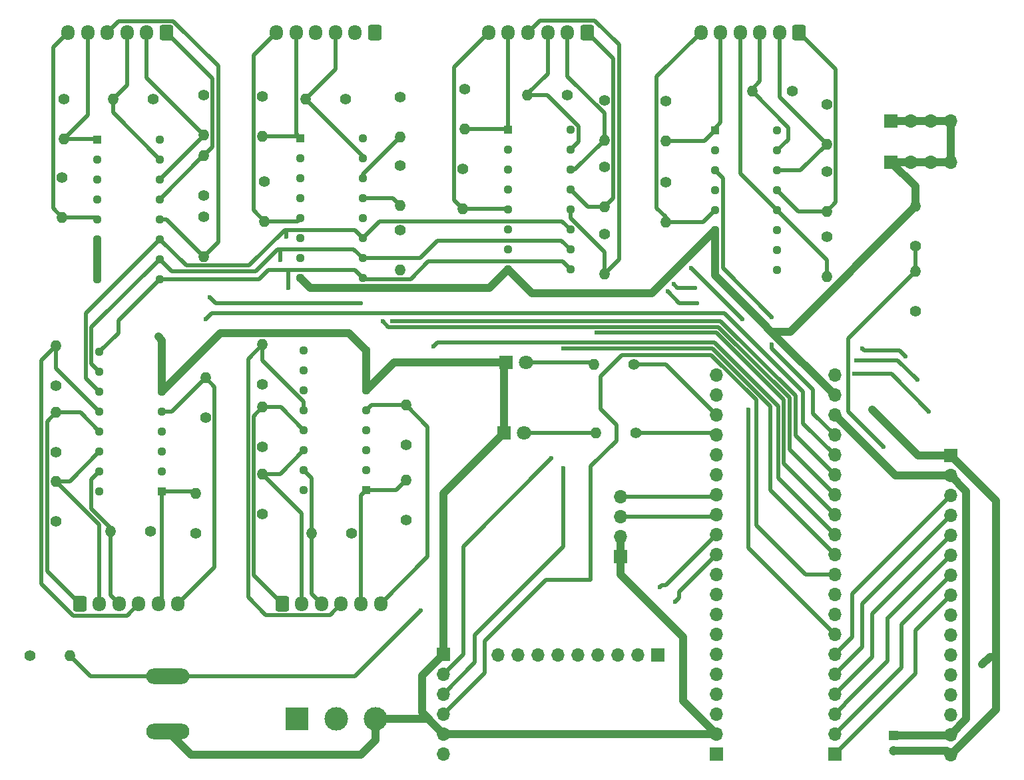
<source format=gbr>
%TF.GenerationSoftware,KiCad,Pcbnew,8.0.7-1.fc40*%
%TF.CreationDate,2024-12-24T18:05:21+01:00*%
%TF.ProjectId,pedai-hw,70656461-692d-4687-972e-6b696361645f,rev?*%
%TF.SameCoordinates,Original*%
%TF.FileFunction,Copper,L1,Top*%
%TF.FilePolarity,Positive*%
%FSLAX46Y46*%
G04 Gerber Fmt 4.6, Leading zero omitted, Abs format (unit mm)*
G04 Created by KiCad (PCBNEW 8.0.7-1.fc40) date 2024-12-24 18:05:21*
%MOMM*%
%LPD*%
G01*
G04 APERTURE LIST*
G04 Aperture macros list*
%AMRoundRect*
0 Rectangle with rounded corners*
0 $1 Rounding radius*
0 $2 $3 $4 $5 $6 $7 $8 $9 X,Y pos of 4 corners*
0 Add a 4 corners polygon primitive as box body*
4,1,4,$2,$3,$4,$5,$6,$7,$8,$9,$2,$3,0*
0 Add four circle primitives for the rounded corners*
1,1,$1+$1,$2,$3*
1,1,$1+$1,$4,$5*
1,1,$1+$1,$6,$7*
1,1,$1+$1,$8,$9*
0 Add four rect primitives between the rounded corners*
20,1,$1+$1,$2,$3,$4,$5,0*
20,1,$1+$1,$4,$5,$6,$7,0*
20,1,$1+$1,$6,$7,$8,$9,0*
20,1,$1+$1,$8,$9,$2,$3,0*%
G04 Aperture macros list end*
%TA.AperFunction,ComponentPad*%
%ADD10R,1.700000X1.700000*%
%TD*%
%TA.AperFunction,ComponentPad*%
%ADD11O,1.700000X1.700000*%
%TD*%
%TA.AperFunction,ComponentPad*%
%ADD12C,1.400000*%
%TD*%
%TA.AperFunction,ComponentPad*%
%ADD13O,1.400000X1.400000*%
%TD*%
%TA.AperFunction,ComponentPad*%
%ADD14R,3.000000X3.000000*%
%TD*%
%TA.AperFunction,ComponentPad*%
%ADD15C,3.000000*%
%TD*%
%TA.AperFunction,ComponentPad*%
%ADD16R,1.130000X1.130000*%
%TD*%
%TA.AperFunction,ComponentPad*%
%ADD17C,1.130000*%
%TD*%
%TA.AperFunction,ComponentPad*%
%ADD18RoundRect,0.250000X-0.600000X-0.725000X0.600000X-0.725000X0.600000X0.725000X-0.600000X0.725000X0*%
%TD*%
%TA.AperFunction,ComponentPad*%
%ADD19O,1.700000X1.950000*%
%TD*%
%TA.AperFunction,ComponentPad*%
%ADD20R,1.800000X1.800000*%
%TD*%
%TA.AperFunction,ComponentPad*%
%ADD21C,1.800000*%
%TD*%
%TA.AperFunction,ComponentPad*%
%ADD22O,5.500000X2.000000*%
%TD*%
%TA.AperFunction,ComponentPad*%
%ADD23RoundRect,0.250000X0.600000X0.725000X-0.600000X0.725000X-0.600000X-0.725000X0.600000X-0.725000X0*%
%TD*%
%TA.AperFunction,ComponentPad*%
%ADD24R,1.200000X1.200000*%
%TD*%
%TA.AperFunction,ComponentPad*%
%ADD25C,1.200000*%
%TD*%
%TA.AperFunction,ViaPad*%
%ADD26C,0.600000*%
%TD*%
%TA.AperFunction,ViaPad*%
%ADD27C,0.700000*%
%TD*%
%TA.AperFunction,Conductor*%
%ADD28C,0.500000*%
%TD*%
%TA.AperFunction,Conductor*%
%ADD29C,1.000000*%
%TD*%
%TA.AperFunction,Conductor*%
%ADD30C,0.200000*%
%TD*%
G04 APERTURE END LIST*
D10*
%TO.P,J11,1,Pin_1*%
%TO.N,unconnected-(J11-Pin_1-Pad1)*%
X160530000Y-134250000D03*
D11*
%TO.P,J11,2,Pin_2*%
%TO.N,unconnected-(J11-Pin_2-Pad2)*%
X157990000Y-134250000D03*
%TO.P,J11,3,Pin_3*%
%TO.N,unconnected-(J11-Pin_3-Pad3)*%
X155450000Y-134250000D03*
%TO.P,J11,4,Pin_4*%
%TO.N,unconnected-(J11-Pin_4-Pad4)*%
X152910000Y-134250000D03*
%TO.P,J11,5,Pin_5*%
%TO.N,unconnected-(J11-Pin_5-Pad5)*%
X150370000Y-134250000D03*
%TO.P,J11,6,Pin_6*%
%TO.N,unconnected-(J11-Pin_6-Pad6)*%
X147830000Y-134250000D03*
%TO.P,J11,7,Pin_7*%
%TO.N,unconnected-(J11-Pin_7-Pad7)*%
X145290000Y-134250000D03*
%TO.P,J11,8,Pin_8*%
%TO.N,unconnected-(J11-Pin_8-Pad8)*%
X142750000Y-134250000D03*
%TO.P,J11,9,Pin_9*%
%TO.N,unconnected-(J11-Pin_9-Pad9)*%
X140210000Y-134250000D03*
%TD*%
D12*
%TO.P,R38,1*%
%TO.N,+3.3V*%
X110250000Y-99790000D03*
D13*
%TO.P,R38,2*%
%TO.N,/key_inputs/NOTE_A3*%
X110250000Y-94710000D03*
%TD*%
D12*
%TO.P,R12,1*%
%TO.N,+3.3V*%
X110500000Y-73960000D03*
D13*
%TO.P,R12,2*%
%TO.N,/key_inputs/NOTE_B1*%
X110500000Y-79040000D03*
%TD*%
D12*
%TO.P,R14,1*%
%TO.N,+3.3V*%
X153710000Y-63670000D03*
D13*
%TO.P,R14,2*%
%TO.N,/key_inputs/NOTE_C#2*%
X153710000Y-68750000D03*
%TD*%
D12*
%TO.P,R13,1*%
%TO.N,+3.3V*%
X153710000Y-72170000D03*
D13*
%TO.P,R13,2*%
%TO.N,/key_inputs/NOTE_C2*%
X153710000Y-77250000D03*
%TD*%
D12*
%TO.P,R10,1*%
%TO.N,+3.3V*%
X127750000Y-80210000D03*
D13*
%TO.P,R10,2*%
%TO.N,/key_inputs/NOTE_A1*%
X127750000Y-85290000D03*
%TD*%
D12*
%TO.P,R23,1*%
%TO.N,+3.3V*%
X161500000Y-63750000D03*
D13*
%TO.P,R23,2*%
%TO.N,/key_inputs/NOTE_Bb2*%
X161500000Y-68830000D03*
%TD*%
D14*
%TO.P,RV1,1,1*%
%TO.N,+3.3V*%
X114600000Y-142400000D03*
D15*
%TO.P,RV1,2,2*%
%TO.N,/VOLUME_CONTROL*%
X119600000Y-142400000D03*
%TO.P,RV1,3,3*%
%TO.N,GND*%
X124600000Y-142400000D03*
%TD*%
D12*
%TO.P,R41,1*%
%TO.N,+3.3V*%
X80660000Y-134400000D03*
D13*
%TO.P,R41,2*%
%TO.N,/SOUND_ON*%
X85740000Y-134400000D03*
%TD*%
D12*
%TO.P,R15,1*%
%TO.N,+3.3V*%
X149000000Y-63000000D03*
D13*
%TO.P,R15,2*%
%TO.N,/key_inputs/NOTE_D2*%
X143920000Y-63000000D03*
%TD*%
D12*
%TO.P,R24,1*%
%TO.N,+3.3V*%
X161500000Y-74040000D03*
D13*
%TO.P,R24,2*%
%TO.N,/key_inputs/NOTE_B2*%
X161500000Y-79120000D03*
%TD*%
D16*
%TO.P,IC2,1,CH_4_IN/OUT*%
%TO.N,/key_inputs/NOTE_Bb1*%
X115060000Y-68500000D03*
D17*
%TO.P,IC2,2,CH_6_IN/OUT*%
%TO.N,unconnected-(IC2-CH_6_IN{slash}OUT-Pad2)*%
X115060000Y-71040000D03*
%TO.P,IC2,3,COM_OUT/IN*%
%TO.N,/MUX2_DATA*%
X115060000Y-73580000D03*
%TO.P,IC2,4,CH_7_IN/OUT*%
%TO.N,unconnected-(IC2-CH_7_IN{slash}OUT-Pad4)*%
X115060000Y-76120000D03*
%TO.P,IC2,5,CH_5_IN/OUT*%
%TO.N,/key_inputs/NOTE_B1*%
X115060000Y-78660000D03*
%TO.P,IC2,6,INH*%
%TO.N,GND*%
X115060000Y-81200000D03*
%TO.P,IC2,7,VEE*%
X115060000Y-83740000D03*
%TO.P,IC2,8,VSS*%
X115060000Y-86280000D03*
%TO.P,IC2,9,C*%
%TO.N,/MUX_C2*%
X123000000Y-86280000D03*
%TO.P,IC2,10,B*%
%TO.N,/MUX_C1*%
X123000000Y-83740000D03*
%TO.P,IC2,11,A*%
%TO.N,/MUX_C0*%
X123000000Y-81200000D03*
%TO.P,IC2,12,CH_3_IN/OUT*%
%TO.N,/key_inputs/NOTE_A1*%
X123000000Y-78660000D03*
%TO.P,IC2,13,CH_0_IN/OUT*%
%TO.N,/key_inputs/NOTE_F#1*%
X123000000Y-76120000D03*
%TO.P,IC2,14,CH_1_IN/OUT*%
%TO.N,/key_inputs/NOTE_G1*%
X123000000Y-73580000D03*
%TO.P,IC2,15,CH_2_IN/OUT*%
%TO.N,/key_inputs/NOTE_G#1*%
X123000000Y-71040000D03*
%TO.P,IC2,16,VDD*%
%TO.N,+3.3V*%
X123000000Y-68500000D03*
%TD*%
D12*
%TO.P,R9,1*%
%TO.N,+3.3V*%
X120790000Y-63500000D03*
D13*
%TO.P,R9,2*%
%TO.N,/key_inputs/NOTE_G#1*%
X115710000Y-63500000D03*
%TD*%
D12*
%TO.P,R35,1*%
%TO.N,+3.3V*%
X110250000Y-107790000D03*
D13*
%TO.P,R35,2*%
%TO.N,/key_inputs/NOTE_F#3*%
X110250000Y-102710000D03*
%TD*%
D12*
%TO.P,R4,1*%
%TO.N,+3.3V*%
X102750000Y-78460000D03*
D13*
%TO.P,R4,2*%
%TO.N,/key_inputs/NOTE_Eb1*%
X102750000Y-83540000D03*
%TD*%
D12*
%TO.P,R8,1*%
%TO.N,+3.3V*%
X127750000Y-63210000D03*
D13*
%TO.P,R8,2*%
%TO.N,/key_inputs/NOTE_G1*%
X127750000Y-68290000D03*
%TD*%
D18*
%TO.P,J10,1,Pin_1*%
%TO.N,/key_inputs/NOTE_C3*%
X87000000Y-127750000D03*
D19*
%TO.P,J10,2,Pin_2*%
%TO.N,/key_inputs/NOTE_C#3*%
X89500000Y-127750000D03*
%TO.P,J10,3,Pin_3*%
%TO.N,/key_inputs/NOTE_D3*%
X92000000Y-127750000D03*
%TO.P,J10,4,Pin_4*%
%TO.N,/key_inputs/NOTE_Eb3*%
X94500000Y-127750000D03*
%TO.P,J10,5,Pin_5*%
%TO.N,/key_inputs/NOTE_E3*%
X97000000Y-127750000D03*
%TO.P,J10,6,Pin_6*%
%TO.N,/key_inputs/NOTE_F3*%
X99500000Y-127750000D03*
%TD*%
D20*
%TO.P,D2,1,K*%
%TO.N,GND*%
X141210000Y-97000000D03*
D21*
%TO.P,D2,2,A*%
%TO.N,Net-(D2-A)*%
X143750000Y-97000000D03*
%TD*%
D12*
%TO.P,R7,1*%
%TO.N,+3.3V*%
X127750000Y-71960000D03*
D13*
%TO.P,R7,2*%
%TO.N,/key_inputs/NOTE_F#1*%
X127750000Y-77040000D03*
%TD*%
D12*
%TO.P,R39,1*%
%TO.N,+3.3V*%
X128500000Y-117080000D03*
D13*
%TO.P,R39,2*%
%TO.N,/key_inputs/NOTE_Bb3*%
X128500000Y-112000000D03*
%TD*%
D16*
%TO.P,IC4,1,CH_4_IN/OUT*%
%TO.N,/key_inputs/NOTE_Bb2*%
X167750000Y-67510000D03*
D17*
%TO.P,IC4,2,CH_6_IN/OUT*%
%TO.N,unconnected-(IC4-CH_6_IN{slash}OUT-Pad2)*%
X167750000Y-70050000D03*
%TO.P,IC4,3,COM_OUT/IN*%
%TO.N,/MUX4_DATA*%
X167750000Y-72590000D03*
%TO.P,IC4,4,CH_7_IN/OUT*%
%TO.N,unconnected-(IC4-CH_7_IN{slash}OUT-Pad4)*%
X167750000Y-75130000D03*
%TO.P,IC4,5,CH_5_IN/OUT*%
%TO.N,/key_inputs/NOTE_B2*%
X167750000Y-77670000D03*
%TO.P,IC4,6,INH*%
%TO.N,GND*%
X167750000Y-80210000D03*
%TO.P,IC4,7,VEE*%
X167750000Y-82750000D03*
%TO.P,IC4,8,VSS*%
X167750000Y-85290000D03*
%TO.P,IC4,9,C*%
%TO.N,/MUX_C2*%
X175690000Y-85290000D03*
%TO.P,IC4,10,B*%
%TO.N,/MUX_C1*%
X175690000Y-82750000D03*
%TO.P,IC4,11,A*%
%TO.N,/MUX_C0*%
X175690000Y-80210000D03*
%TO.P,IC4,12,CH_3_IN/OUT*%
%TO.N,/key_inputs/NOTE_A2*%
X175690000Y-77670000D03*
%TO.P,IC4,13,CH_0_IN/OUT*%
%TO.N,/key_inputs/NOTE_F#2*%
X175690000Y-75130000D03*
%TO.P,IC4,14,CH_1_IN/OUT*%
%TO.N,/key_inputs/NOTE_G2*%
X175690000Y-72590000D03*
%TO.P,IC4,15,CH_2_IN/OUT*%
%TO.N,/key_inputs/NOTE_G#2*%
X175690000Y-70050000D03*
%TO.P,IC4,16,VDD*%
%TO.N,+3.3V*%
X175690000Y-67510000D03*
%TD*%
D12*
%TO.P,R40,1*%
%TO.N,+3.3V*%
X128500000Y-107540000D03*
D13*
%TO.P,R40,2*%
%TO.N,/key_inputs/NOTE_B3*%
X128500000Y-102460000D03*
%TD*%
D12*
%TO.P,R1,1*%
%TO.N,+3.3V*%
X102750000Y-75790000D03*
D13*
%TO.P,R1,2*%
%TO.N,/key_inputs/NOTE_C1*%
X102750000Y-70710000D03*
%TD*%
D22*
%TO.P,SW1,1*%
%TO.N,GND*%
X98200000Y-144000000D03*
%TO.P,SW1,2*%
%TO.N,/SOUND_ON*%
X98200000Y-137000000D03*
%TD*%
D12*
%TO.P,R36,1*%
%TO.N,+3.3V*%
X110250000Y-116290000D03*
D13*
%TO.P,R36,2*%
%TO.N,/key_inputs/NOTE_G3*%
X110250000Y-111210000D03*
%TD*%
D20*
%TO.P,D1,1,K*%
%TO.N,GND*%
X140960000Y-106000000D03*
D21*
%TO.P,D1,2,A*%
%TO.N,Net-(D1-A)*%
X143500000Y-106000000D03*
%TD*%
D23*
%TO.P,J8,1,Pin_1*%
%TO.N,/key_inputs/NOTE_C2*%
X151500000Y-55000000D03*
D19*
%TO.P,J8,2,Pin_2*%
%TO.N,/key_inputs/NOTE_C#2*%
X149000000Y-55000000D03*
%TO.P,J8,3,Pin_3*%
%TO.N,/key_inputs/NOTE_D2*%
X146500000Y-55000000D03*
%TO.P,J8,4,Pin_4*%
%TO.N,/key_inputs/NOTE_Eb2*%
X144000000Y-55000000D03*
%TO.P,J8,5,Pin_5*%
%TO.N,/key_inputs/NOTE_E2*%
X141500000Y-55000000D03*
%TO.P,J8,6,Pin_6*%
%TO.N,/key_inputs/NOTE_F2*%
X139000000Y-55000000D03*
%TD*%
D12*
%TO.P,R20,1*%
%TO.N,+3.3V*%
X182000000Y-64170000D03*
D13*
%TO.P,R20,2*%
%TO.N,/key_inputs/NOTE_G2*%
X182000000Y-69250000D03*
%TD*%
D12*
%TO.P,R16,1*%
%TO.N,+3.3V*%
X153710000Y-80710000D03*
D13*
%TO.P,R16,2*%
%TO.N,/key_inputs/NOTE_Eb2*%
X153710000Y-85790000D03*
%TD*%
D12*
%TO.P,R27,1*%
%TO.N,+3.3V*%
X95990000Y-118500000D03*
D13*
%TO.P,R27,2*%
%TO.N,/key_inputs/NOTE_D3*%
X90910000Y-118500000D03*
%TD*%
D12*
%TO.P,R18,1*%
%TO.N,+3.3V*%
X135710000Y-72420000D03*
D13*
%TO.P,R18,2*%
%TO.N,/key_inputs/NOTE_F2*%
X135710000Y-77500000D03*
%TD*%
D12*
%TO.P,R30,1*%
%TO.N,+3.3V*%
X103000000Y-104080000D03*
D13*
%TO.P,R30,2*%
%TO.N,/key_inputs/NOTE_F3*%
X103000000Y-99000000D03*
%TD*%
D16*
%TO.P,IC3,1,CH_4_IN/OUT*%
%TO.N,/key_inputs/NOTE_E2*%
X141460000Y-67420000D03*
D17*
%TO.P,IC3,2,CH_6_IN/OUT*%
%TO.N,unconnected-(IC3-CH_6_IN{slash}OUT-Pad2)*%
X141460000Y-69960000D03*
%TO.P,IC3,3,COM_OUT/IN*%
%TO.N,/MUX3_DATA*%
X141460000Y-72500000D03*
%TO.P,IC3,4,CH_7_IN/OUT*%
%TO.N,unconnected-(IC3-CH_7_IN{slash}OUT-Pad4)*%
X141460000Y-75040000D03*
%TO.P,IC3,5,CH_5_IN/OUT*%
%TO.N,/key_inputs/NOTE_F2*%
X141460000Y-77580000D03*
%TO.P,IC3,6,INH*%
%TO.N,GND*%
X141460000Y-80120000D03*
%TO.P,IC3,7,VEE*%
X141460000Y-82660000D03*
%TO.P,IC3,8,VSS*%
X141460000Y-85200000D03*
%TO.P,IC3,9,C*%
%TO.N,/MUX_C2*%
X149400000Y-85200000D03*
%TO.P,IC3,10,B*%
%TO.N,/MUX_C1*%
X149400000Y-82660000D03*
%TO.P,IC3,11,A*%
%TO.N,/MUX_C0*%
X149400000Y-80120000D03*
%TO.P,IC3,12,CH_3_IN/OUT*%
%TO.N,/key_inputs/NOTE_Eb2*%
X149400000Y-77580000D03*
%TO.P,IC3,13,CH_0_IN/OUT*%
%TO.N,/key_inputs/NOTE_C2*%
X149400000Y-75040000D03*
%TO.P,IC3,14,CH_1_IN/OUT*%
%TO.N,/key_inputs/NOTE_C#2*%
X149400000Y-72500000D03*
%TO.P,IC3,15,CH_2_IN/OUT*%
%TO.N,/key_inputs/NOTE_D2*%
X149400000Y-69960000D03*
%TO.P,IC3,16,VDD*%
%TO.N,+3.3V*%
X149400000Y-67420000D03*
%TD*%
D12*
%TO.P,R28,1*%
%TO.N,+3.3V*%
X84000000Y-99990000D03*
D13*
%TO.P,R28,2*%
%TO.N,/key_inputs/NOTE_Eb3*%
X84000000Y-94910000D03*
%TD*%
D10*
%TO.P,J15,1,Pin_1*%
%TO.N,GND*%
X155760000Y-121710000D03*
D11*
%TO.P,J15,2,Pin_2*%
X155760000Y-119170000D03*
%TO.P,J15,3,Pin_3*%
%TO.N,/SPARE_ADC_2*%
X155760000Y-116630000D03*
%TO.P,J15,4,Pin_4*%
%TO.N,/SPARE_ADC_1*%
X155760000Y-114090000D03*
%TD*%
D12*
%TO.P,R19,1*%
%TO.N,+3.3V*%
X182000000Y-72710000D03*
D13*
%TO.P,R19,2*%
%TO.N,/key_inputs/NOTE_F#2*%
X182000000Y-77790000D03*
%TD*%
D12*
%TO.P,R25,1*%
%TO.N,+3.3V*%
X84000000Y-108490000D03*
D13*
%TO.P,R25,2*%
%TO.N,/key_inputs/NOTE_C3*%
X84000000Y-103410000D03*
%TD*%
D12*
%TO.P,R3,1*%
%TO.N,+3.3V*%
X96330000Y-63500000D03*
D13*
%TO.P,R3,2*%
%TO.N,/key_inputs/NOTE_D1*%
X91250000Y-63500000D03*
%TD*%
D12*
%TO.P,R32,1*%
%TO.N,/LED_MIDI*%
X157490000Y-97250000D03*
D13*
%TO.P,R32,2*%
%TO.N,Net-(D2-A)*%
X152410000Y-97250000D03*
%TD*%
D12*
%TO.P,R29,1*%
%TO.N,+3.3V*%
X101750000Y-118750000D03*
D13*
%TO.P,R29,2*%
%TO.N,/key_inputs/NOTE_E3*%
X101750000Y-113670000D03*
%TD*%
D12*
%TO.P,R37,1*%
%TO.N,+3.3V*%
X121580000Y-118750000D03*
D13*
%TO.P,R37,2*%
%TO.N,/key_inputs/NOTE_G#3*%
X116500000Y-118750000D03*
%TD*%
D10*
%TO.P,J2,1,Pin_1*%
%TO.N,GND*%
X190130000Y-66250000D03*
D11*
%TO.P,J2,2,Pin_2*%
X192670000Y-66250000D03*
%TO.P,J2,3,Pin_3*%
X195210000Y-66250000D03*
%TO.P,J2,4,Pin_4*%
X197750000Y-66250000D03*
%TD*%
D12*
%TO.P,R21,1*%
%TO.N,+3.3V*%
X177580000Y-62500000D03*
D13*
%TO.P,R21,2*%
%TO.N,/key_inputs/NOTE_G#2*%
X172500000Y-62500000D03*
%TD*%
D10*
%TO.P,J4,1,Pin_1*%
%TO.N,GND*%
X190130000Y-71500000D03*
D11*
%TO.P,J4,2,Pin_2*%
X192670000Y-71500000D03*
%TO.P,J4,3,Pin_3*%
X195210000Y-71500000D03*
%TO.P,J4,4,Pin_4*%
X197750000Y-71500000D03*
%TD*%
D12*
%TO.P,R2,1*%
%TO.N,+3.3V*%
X102750000Y-62960000D03*
D13*
%TO.P,R2,2*%
%TO.N,/key_inputs/NOTE_C#1*%
X102750000Y-68040000D03*
%TD*%
D10*
%TO.P,J5,1,Pin_1*%
%TO.N,GND*%
X197750000Y-108880000D03*
D11*
%TO.P,J5,2,Pin_2*%
%TO.N,+5V*%
X197750000Y-111420000D03*
%TO.P,J5,3,Pin_3*%
%TO.N,/LCD_D7*%
X197750000Y-113960000D03*
%TO.P,J5,4,Pin_4*%
%TO.N,/LCD_D6*%
X197750000Y-116500000D03*
%TO.P,J5,5,Pin_5*%
%TO.N,/LCD_D5*%
X197750000Y-119040000D03*
%TO.P,J5,6,Pin_6*%
%TO.N,/LCD_D4*%
X197750000Y-121580000D03*
%TO.P,J5,7,Pin_7*%
%TO.N,/LCD_D3*%
X197750000Y-124120000D03*
%TO.P,J5,8,Pin_8*%
%TO.N,/LCD_D2*%
X197750000Y-126660000D03*
%TO.P,J5,9,Pin_9*%
%TO.N,/LCD_D1*%
X197750000Y-129200000D03*
%TO.P,J5,10,Pin_10*%
%TO.N,/LCD_D0*%
X197750000Y-131740000D03*
%TO.P,J5,11,Pin_11*%
%TO.N,/LCD_ENABLE*%
X197750000Y-134280000D03*
%TO.P,J5,12,Pin_12*%
%TO.N,GND*%
X197750000Y-136820000D03*
%TO.P,J5,13,Pin_13*%
%TO.N,/LCD_RS*%
X197750000Y-139360000D03*
%TO.P,J5,14,Pin_14*%
%TO.N,Net-(J5-Pin_14)*%
X197750000Y-141900000D03*
%TO.P,J5,15,Pin_15*%
%TO.N,+5V*%
X197750000Y-144440000D03*
%TO.P,J5,16,Pin_16*%
%TO.N,GND*%
X197750000Y-146980000D03*
%TD*%
D18*
%TO.P,J1,1,Pin_1*%
%TO.N,/key_inputs/NOTE_F#3*%
X112750000Y-127750000D03*
D19*
%TO.P,J1,2,Pin_2*%
%TO.N,/key_inputs/NOTE_G3*%
X115250000Y-127750000D03*
%TO.P,J1,3,Pin_3*%
%TO.N,/key_inputs/NOTE_G#3*%
X117750000Y-127750000D03*
%TO.P,J1,4,Pin_4*%
%TO.N,/key_inputs/NOTE_A3*%
X120250000Y-127750000D03*
%TO.P,J1,5,Pin_5*%
%TO.N,/key_inputs/NOTE_Bb3*%
X122750000Y-127750000D03*
%TO.P,J1,6,Pin_6*%
%TO.N,/key_inputs/NOTE_B3*%
X125250000Y-127750000D03*
%TD*%
D10*
%TO.P,J3,1,Pin_1*%
%TO.N,GND*%
X133250000Y-134170000D03*
D11*
%TO.P,J3,2,Pin_2*%
%TO.N,/I2S_CLK*%
X133250000Y-136710000D03*
%TO.P,J3,3,Pin_3*%
%TO.N,/I2S_SD*%
X133250000Y-139250000D03*
%TO.P,J3,4,Pin_4*%
%TO.N,/I2S_WS*%
X133250000Y-141790000D03*
%TO.P,J3,5,Pin_5*%
%TO.N,GND*%
X133250000Y-144330000D03*
%TO.P,J3,6,Pin_6*%
%TO.N,+3.3V*%
X133250000Y-146870000D03*
%TD*%
D12*
%TO.P,R33,1*%
%TO.N,Net-(J5-Pin_14)*%
X193250000Y-82250000D03*
D13*
%TO.P,R33,2*%
%TO.N,GND*%
X193250000Y-77170000D03*
%TD*%
D23*
%TO.P,J9,1,Pin_1*%
%TO.N,/key_inputs/NOTE_F#2*%
X178500000Y-55000000D03*
D19*
%TO.P,J9,2,Pin_2*%
%TO.N,/key_inputs/NOTE_G2*%
X176000000Y-55000000D03*
%TO.P,J9,3,Pin_3*%
%TO.N,/key_inputs/NOTE_G#2*%
X173500000Y-55000000D03*
%TO.P,J9,4,Pin_4*%
%TO.N,/key_inputs/NOTE_A2*%
X171000000Y-55000000D03*
%TO.P,J9,5,Pin_5*%
%TO.N,/key_inputs/NOTE_Bb2*%
X168500000Y-55000000D03*
%TO.P,J9,6,Pin_6*%
%TO.N,/key_inputs/NOTE_B2*%
X166000000Y-55000000D03*
%TD*%
D12*
%TO.P,R5,1*%
%TO.N,+3.3V*%
X85000000Y-63460000D03*
D13*
%TO.P,R5,2*%
%TO.N,/key_inputs/NOTE_E1*%
X85000000Y-68540000D03*
%TD*%
D16*
%TO.P,IC1,1,CH_4_IN/OUT*%
%TO.N,/key_inputs/NOTE_E1*%
X89250000Y-68620000D03*
D17*
%TO.P,IC1,2,CH_6_IN/OUT*%
%TO.N,unconnected-(IC1-CH_6_IN{slash}OUT-Pad2)*%
X89250000Y-71160000D03*
%TO.P,IC1,3,COM_OUT/IN*%
%TO.N,/MUX1_DATA*%
X89250000Y-73700000D03*
%TO.P,IC1,4,CH_7_IN/OUT*%
%TO.N,unconnected-(IC1-CH_7_IN{slash}OUT-Pad4)*%
X89250000Y-76240000D03*
%TO.P,IC1,5,CH_5_IN/OUT*%
%TO.N,/key_inputs/NOTE_F1*%
X89250000Y-78780000D03*
%TO.P,IC1,6,INH*%
%TO.N,GND*%
X89250000Y-81320000D03*
%TO.P,IC1,7,VEE*%
X89250000Y-83860000D03*
%TO.P,IC1,8,VSS*%
X89250000Y-86400000D03*
%TO.P,IC1,9,C*%
%TO.N,/MUX_C2*%
X97190000Y-86400000D03*
%TO.P,IC1,10,B*%
%TO.N,/MUX_C1*%
X97190000Y-83860000D03*
%TO.P,IC1,11,A*%
%TO.N,/MUX_C0*%
X97190000Y-81320000D03*
%TO.P,IC1,12,CH_3_IN/OUT*%
%TO.N,/key_inputs/NOTE_Eb1*%
X97190000Y-78780000D03*
%TO.P,IC1,13,CH_0_IN/OUT*%
%TO.N,/key_inputs/NOTE_C1*%
X97190000Y-76240000D03*
%TO.P,IC1,14,CH_1_IN/OUT*%
%TO.N,/key_inputs/NOTE_C#1*%
X97190000Y-73700000D03*
%TO.P,IC1,15,CH_2_IN/OUT*%
%TO.N,/key_inputs/NOTE_D1*%
X97190000Y-71160000D03*
%TO.P,IC1,16,VDD*%
%TO.N,+3.3V*%
X97190000Y-68620000D03*
%TD*%
D12*
%TO.P,R11,1*%
%TO.N,+3.3V*%
X110250000Y-63170000D03*
D13*
%TO.P,R11,2*%
%TO.N,/key_inputs/NOTE_Bb1*%
X110250000Y-68250000D03*
%TD*%
D23*
%TO.P,J7,1,Pin_1*%
%TO.N,/key_inputs/NOTE_F#1*%
X124500000Y-55000000D03*
D19*
%TO.P,J7,2,Pin_2*%
%TO.N,/key_inputs/NOTE_G1*%
X122000000Y-55000000D03*
%TO.P,J7,3,Pin_3*%
%TO.N,/key_inputs/NOTE_G#1*%
X119500000Y-55000000D03*
%TO.P,J7,4,Pin_4*%
%TO.N,/key_inputs/NOTE_A1*%
X117000000Y-55000000D03*
%TO.P,J7,5,Pin_5*%
%TO.N,/key_inputs/NOTE_Bb1*%
X114500000Y-55000000D03*
%TO.P,J7,6,Pin_6*%
%TO.N,/key_inputs/NOTE_B1*%
X112000000Y-55000000D03*
%TD*%
D12*
%TO.P,R22,1*%
%TO.N,+3.3V*%
X182000000Y-81000000D03*
D13*
%TO.P,R22,2*%
%TO.N,/key_inputs/NOTE_A2*%
X182000000Y-86080000D03*
%TD*%
D10*
%TO.P,J17,1,Pin_1*%
%TO.N,unconnected-(J17-Pin_1-Pad1)*%
X168000000Y-146900000D03*
D11*
%TO.P,J17,2,Pin_2*%
%TO.N,GND*%
X168000000Y-144360000D03*
%TO.P,J17,3,Pin_3*%
%TO.N,+3.3V*%
X168000000Y-141820000D03*
%TO.P,J17,4,Pin_4*%
%TO.N,/LCD_D1*%
X168000000Y-139280000D03*
%TO.P,J17,5,Pin_5*%
%TO.N,/LCD_D0*%
X168000000Y-136740000D03*
%TO.P,J17,6,Pin_6*%
%TO.N,/LCD_ENABLE*%
X168000000Y-134200000D03*
%TO.P,J17,7,Pin_7*%
%TO.N,/LCD_RS*%
X168000000Y-131660000D03*
%TO.P,J17,8,Pin_8*%
%TO.N,/MUX_C0*%
X168000000Y-129120000D03*
%TO.P,J17,9,Pin_9*%
%TO.N,/MUX_C1*%
X168000000Y-126580000D03*
%TO.P,J17,10,Pin_10*%
%TO.N,/MUX_C2*%
X168000000Y-124040000D03*
%TO.P,J17,11,Pin_11*%
%TO.N,/VOLUME_CONTROL*%
X168000000Y-121500000D03*
%TO.P,J17,12,Pin_12*%
%TO.N,/SOUND_ON*%
X168000000Y-118960000D03*
%TO.P,J17,13,Pin_13*%
%TO.N,/SPARE_ADC_2*%
X168000000Y-116420000D03*
%TO.P,J17,14,Pin_14*%
%TO.N,/SPARE_ADC_1*%
X168000000Y-113880000D03*
%TO.P,J17,15,Pin_15*%
%TO.N,unconnected-(J17-Pin_15-Pad15)*%
X168000000Y-111340000D03*
%TO.P,J17,16,Pin_16*%
%TO.N,unconnected-(J17-Pin_16-Pad16)*%
X168000000Y-108800000D03*
%TO.P,J17,17,Pin_17*%
%TO.N,/LED_SOUND*%
X168000000Y-106260000D03*
%TO.P,J17,18,Pin_18*%
%TO.N,/LED_MIDI*%
X168000000Y-103720000D03*
%TO.P,J17,19,Pin_19*%
%TO.N,unconnected-(J17-Pin_19-Pad19)*%
X168000000Y-101180000D03*
%TO.P,J17,20,Pin_20*%
%TO.N,unconnected-(J17-Pin_20-Pad20)*%
X168000000Y-98640000D03*
%TD*%
D16*
%TO.P,IC6,1,CH_4_IN/OUT*%
%TO.N,/key_inputs/NOTE_Bb3*%
X123440000Y-113280000D03*
D17*
%TO.P,IC6,2,CH_6_IN/OUT*%
%TO.N,unconnected-(IC6-CH_6_IN{slash}OUT-Pad2)*%
X123440000Y-110740000D03*
%TO.P,IC6,3,COM_OUT/IN*%
%TO.N,/MUX6_DATA*%
X123440000Y-108200000D03*
%TO.P,IC6,4,CH_7_IN/OUT*%
%TO.N,unconnected-(IC6-CH_7_IN{slash}OUT-Pad4)*%
X123440000Y-105660000D03*
%TO.P,IC6,5,CH_5_IN/OUT*%
%TO.N,/key_inputs/NOTE_B3*%
X123440000Y-103120000D03*
%TO.P,IC6,6,INH*%
%TO.N,GND*%
X123440000Y-100580000D03*
%TO.P,IC6,7,VEE*%
X123440000Y-98040000D03*
%TO.P,IC6,8,VSS*%
X123440000Y-95500000D03*
%TO.P,IC6,9,C*%
%TO.N,/MUX_C2*%
X115500000Y-95500000D03*
%TO.P,IC6,10,B*%
%TO.N,/MUX_C1*%
X115500000Y-98040000D03*
%TO.P,IC6,11,A*%
%TO.N,/MUX_C0*%
X115500000Y-100580000D03*
%TO.P,IC6,12,CH_3_IN/OUT*%
%TO.N,/key_inputs/NOTE_A3*%
X115500000Y-103120000D03*
%TO.P,IC6,13,CH_0_IN/OUT*%
%TO.N,/key_inputs/NOTE_F#3*%
X115500000Y-105660000D03*
%TO.P,IC6,14,CH_1_IN/OUT*%
%TO.N,/key_inputs/NOTE_G3*%
X115500000Y-108200000D03*
%TO.P,IC6,15,CH_2_IN/OUT*%
%TO.N,/key_inputs/NOTE_G#3*%
X115500000Y-110740000D03*
%TO.P,IC6,16,VDD*%
%TO.N,+3.3V*%
X115500000Y-113280000D03*
%TD*%
D23*
%TO.P,J6,1,Pin_1*%
%TO.N,/key_inputs/NOTE_C1*%
X98000000Y-55000000D03*
D19*
%TO.P,J6,2,Pin_2*%
%TO.N,/key_inputs/NOTE_C#1*%
X95500000Y-55000000D03*
%TO.P,J6,3,Pin_3*%
%TO.N,/key_inputs/NOTE_D1*%
X93000000Y-55000000D03*
%TO.P,J6,4,Pin_4*%
%TO.N,/key_inputs/NOTE_Eb1*%
X90500000Y-55000000D03*
%TO.P,J6,5,Pin_5*%
%TO.N,/key_inputs/NOTE_E1*%
X88000000Y-55000000D03*
%TO.P,J6,6,Pin_6*%
%TO.N,/key_inputs/NOTE_F1*%
X85500000Y-55000000D03*
%TD*%
D12*
%TO.P,R34,1*%
%TO.N,+5V*%
X193250000Y-90540000D03*
D13*
%TO.P,R34,2*%
%TO.N,Net-(J5-Pin_14)*%
X193250000Y-85460000D03*
%TD*%
D24*
%TO.P,C7,1*%
%TO.N,+5V*%
X190500000Y-144500000D03*
D25*
%TO.P,C7,2*%
%TO.N,GND*%
X190500000Y-146500000D03*
%TD*%
D16*
%TO.P,IC5,1,CH_4_IN/OUT*%
%TO.N,/key_inputs/NOTE_E3*%
X97440000Y-113460000D03*
D17*
%TO.P,IC5,2,CH_6_IN/OUT*%
%TO.N,unconnected-(IC5-CH_6_IN{slash}OUT-Pad2)*%
X97440000Y-110920000D03*
%TO.P,IC5,3,COM_OUT/IN*%
%TO.N,/MUX5_DATA*%
X97440000Y-108380000D03*
%TO.P,IC5,4,CH_7_IN/OUT*%
%TO.N,unconnected-(IC5-CH_7_IN{slash}OUT-Pad4)*%
X97440000Y-105840000D03*
%TO.P,IC5,5,CH_5_IN/OUT*%
%TO.N,/key_inputs/NOTE_F3*%
X97440000Y-103300000D03*
%TO.P,IC5,6,INH*%
%TO.N,GND*%
X97440000Y-100760000D03*
%TO.P,IC5,7,VEE*%
X97440000Y-98220000D03*
%TO.P,IC5,8,VSS*%
X97440000Y-95680000D03*
%TO.P,IC5,9,C*%
%TO.N,/MUX_C2*%
X89500000Y-95680000D03*
%TO.P,IC5,10,B*%
%TO.N,/MUX_C1*%
X89500000Y-98220000D03*
%TO.P,IC5,11,A*%
%TO.N,/MUX_C0*%
X89500000Y-100760000D03*
%TO.P,IC5,12,CH_3_IN/OUT*%
%TO.N,/key_inputs/NOTE_Eb3*%
X89500000Y-103300000D03*
%TO.P,IC5,13,CH_0_IN/OUT*%
%TO.N,/key_inputs/NOTE_C3*%
X89500000Y-105840000D03*
%TO.P,IC5,14,CH_1_IN/OUT*%
%TO.N,/key_inputs/NOTE_C#3*%
X89500000Y-108380000D03*
%TO.P,IC5,15,CH_2_IN/OUT*%
%TO.N,/key_inputs/NOTE_D3*%
X89500000Y-110920000D03*
%TO.P,IC5,16,VDD*%
%TO.N,+3.3V*%
X89500000Y-113460000D03*
%TD*%
D12*
%TO.P,R17,1*%
%TO.N,+3.3V*%
X135960000Y-62210000D03*
D13*
%TO.P,R17,2*%
%TO.N,/key_inputs/NOTE_E2*%
X135960000Y-67290000D03*
%TD*%
D12*
%TO.P,R6,1*%
%TO.N,+3.3V*%
X84750000Y-73460000D03*
D13*
%TO.P,R6,2*%
%TO.N,/key_inputs/NOTE_F1*%
X84750000Y-78540000D03*
%TD*%
D10*
%TO.P,J16,1,Pin_1*%
%TO.N,/LCD_D2*%
X183000000Y-146900000D03*
D11*
%TO.P,J16,2,Pin_2*%
%TO.N,/LCD_D3*%
X183000000Y-144360000D03*
%TO.P,J16,3,Pin_3*%
%TO.N,/LCD_D4*%
X183000000Y-141820000D03*
%TO.P,J16,4,Pin_4*%
%TO.N,/LCD_D5*%
X183000000Y-139280000D03*
%TO.P,J16,5,Pin_5*%
%TO.N,/LCD_D6*%
X183000000Y-136740000D03*
%TO.P,J16,6,Pin_6*%
%TO.N,/LCD_D7*%
X183000000Y-134200000D03*
%TO.P,J16,7,Pin_7*%
%TO.N,/MUX3_DATA*%
X183000000Y-131660000D03*
%TO.P,J16,8,Pin_8*%
%TO.N,unconnected-(J16-Pin_8-Pad8)*%
X183000000Y-129120000D03*
%TO.P,J16,9,Pin_9*%
%TO.N,unconnected-(J16-Pin_9-Pad9)*%
X183000000Y-126580000D03*
%TO.P,J16,10,Pin_10*%
%TO.N,/I2S_WS*%
X183000000Y-124040000D03*
%TO.P,J16,11,Pin_11*%
%TO.N,/I2S_CLK*%
X183000000Y-121500000D03*
%TO.P,J16,12,Pin_12*%
%TO.N,/MUX6_DATA*%
X183000000Y-118960000D03*
%TO.P,J16,13,Pin_13*%
%TO.N,/I2S_SD*%
X183000000Y-116420000D03*
%TO.P,J16,14,Pin_14*%
%TO.N,/MUX1_DATA*%
X183000000Y-113880000D03*
%TO.P,J16,15,Pin_15*%
%TO.N,/MUX2_DATA*%
X183000000Y-111340000D03*
%TO.P,J16,16,Pin_16*%
%TO.N,/MUX5_DATA*%
X183000000Y-108800000D03*
%TO.P,J16,17,Pin_17*%
%TO.N,/MUX4_DATA*%
X183000000Y-106260000D03*
%TO.P,J16,18,Pin_18*%
%TO.N,+5V*%
X183000000Y-103720000D03*
%TO.P,J16,19,Pin_19*%
%TO.N,GND*%
X183000000Y-101180000D03*
%TO.P,J16,20,Pin_20*%
%TO.N,+3.3V*%
X183000000Y-98640000D03*
%TD*%
D12*
%TO.P,R26,1*%
%TO.N,+3.3V*%
X84000000Y-117240000D03*
D13*
%TO.P,R26,2*%
%TO.N,/key_inputs/NOTE_C#3*%
X84000000Y-112160000D03*
%TD*%
D12*
%TO.P,R31,1*%
%TO.N,/LED_SOUND*%
X157740000Y-106000000D03*
D13*
%TO.P,R31,2*%
%TO.N,Net-(D1-A)*%
X152660000Y-106000000D03*
%TD*%
D26*
%TO.N,GND*%
X201750000Y-135500000D03*
%TO.N,/VOLUME_CONTROL*%
X162750000Y-127500000D03*
%TO.N,/I2S_CLK*%
X147000000Y-109250000D03*
X148500000Y-95250000D03*
%TO.N,GND*%
X187750000Y-103000000D03*
D27*
X97000000Y-93750000D03*
D26*
%TO.N,/I2S_SD*%
X148500000Y-110500000D03*
X152750000Y-93250000D03*
%TO.N,Net-(J5-Pin_14)*%
X189250000Y-107750000D03*
%TO.N,/LCD_ENABLE*%
X186500000Y-95250000D03*
X192000000Y-96250000D03*
%TO.N,/LCD_D0*%
X185750000Y-96750000D03*
X193500000Y-99250000D03*
%TO.N,/LCD_D1*%
X185500000Y-98500000D03*
X195000000Y-103250000D03*
%TO.N,/MUX_C0*%
X113250000Y-81000000D03*
%TO.N,/MUX_C1*%
X162500000Y-87000000D03*
X112500000Y-84000000D03*
X165250000Y-87500000D03*
%TO.N,/MUX_C2*%
X165500000Y-89500000D03*
X113500000Y-87500000D03*
X161750000Y-88000000D03*
%TO.N,/SOUND_ON*%
X160800000Y-125600000D03*
X130400000Y-128600000D03*
%TO.N,/MUX1_DATA*%
X125500000Y-91750000D03*
X103500000Y-88750000D03*
X122750000Y-89500000D03*
%TO.N,/MUX2_DATA*%
X126750000Y-91750000D03*
%TO.N,/MUX3_DATA*%
X171250000Y-91500000D03*
X164750000Y-85000000D03*
X172000000Y-103000000D03*
%TO.N,/MUX4_DATA*%
X175000000Y-91250000D03*
X175000000Y-94750000D03*
%TO.N,/MUX5_DATA*%
X103000000Y-91500000D03*
%TO.N,/MUX6_DATA*%
X132000000Y-95000000D03*
%TD*%
D28*
%TO.N,/I2S_WS*%
X146250000Y-124750000D02*
X138500000Y-132500000D01*
X152000000Y-124750000D02*
X146250000Y-124750000D01*
X152000000Y-110250000D02*
X152000000Y-124750000D01*
X155250000Y-105000000D02*
X155250000Y-107000000D01*
X153200000Y-98800000D02*
X153200000Y-102950000D01*
X155900000Y-96100000D02*
X153200000Y-98800000D01*
X173000000Y-117750000D02*
X173000000Y-101801522D01*
X173000000Y-101801522D02*
X167298478Y-96100000D01*
X153200000Y-102950000D02*
X155250000Y-105000000D01*
X167298478Y-96100000D02*
X155900000Y-96100000D01*
X179290000Y-124040000D02*
X173000000Y-117750000D01*
X155250000Y-107000000D02*
X152000000Y-110250000D01*
X183000000Y-124040000D02*
X179290000Y-124040000D01*
X138500000Y-132500000D02*
X138500000Y-136540000D01*
X138500000Y-136540000D02*
X133250000Y-141790000D01*
D29*
%TO.N,GND*%
X203500000Y-134500000D02*
X203500000Y-114630000D01*
X203500000Y-141230000D02*
X203500000Y-134500000D01*
X203500000Y-134500000D02*
X202750000Y-134500000D01*
X202750000Y-134500000D02*
X201750000Y-135500000D01*
X197750000Y-146980000D02*
X203500000Y-141230000D01*
X203500000Y-114630000D02*
X197750000Y-108880000D01*
X190500000Y-146500000D02*
X197270000Y-146500000D01*
X197270000Y-146500000D02*
X197750000Y-146980000D01*
%TO.N,+5V*%
X190500000Y-144500000D02*
X197690000Y-144500000D01*
X197690000Y-144500000D02*
X197750000Y-144440000D01*
%TO.N,GND*%
X98200000Y-144000000D02*
X101200000Y-147000000D01*
X101200000Y-147000000D02*
X122750000Y-147000000D01*
X122750000Y-147000000D02*
X124600000Y-145150000D01*
X124600000Y-145150000D02*
X124600000Y-142400000D01*
D28*
%TO.N,/I2S_CLK*%
X133250000Y-136710000D02*
X135750000Y-134210000D01*
X135750000Y-134210000D02*
X135750000Y-120500000D01*
X135750000Y-120500000D02*
X147000000Y-109250000D01*
%TO.N,/I2S_SD*%
X133250000Y-139250000D02*
X137250000Y-135250000D01*
X137250000Y-135250000D02*
X137250000Y-131750000D01*
X137250000Y-131750000D02*
X148500000Y-120500000D01*
X148500000Y-120500000D02*
X148500000Y-110500000D01*
D29*
%TO.N,GND*%
X132560000Y-143640000D02*
X130500000Y-141580000D01*
X130500000Y-141580000D02*
X130500000Y-136920000D01*
X130500000Y-136920000D02*
X133250000Y-134170000D01*
D28*
%TO.N,/VOLUME_CONTROL*%
X162750000Y-127500000D02*
X163250000Y-127000000D01*
X163250000Y-127000000D02*
X163250000Y-126250000D01*
X163250000Y-126250000D02*
X168000000Y-121500000D01*
D29*
%TO.N,GND*%
X155760000Y-121710000D02*
X155760000Y-124010000D01*
X163750000Y-132000000D02*
X163750000Y-140110000D01*
X155760000Y-124010000D02*
X163750000Y-132000000D01*
X163750000Y-140110000D02*
X168000000Y-144360000D01*
D28*
%TO.N,/I2S_CLK*%
X167438428Y-95250000D02*
X174800000Y-102611572D01*
X174800000Y-113300000D02*
X183000000Y-121500000D01*
X148500000Y-95250000D02*
X167438428Y-95250000D01*
X174800000Y-102611572D02*
X174800000Y-113300000D01*
D29*
%TO.N,GND*%
X121250000Y-93310000D02*
X123440000Y-95500000D01*
X195210000Y-66250000D02*
X192670000Y-66250000D01*
X167750000Y-85290000D02*
X167750000Y-85930000D01*
X89250000Y-81320000D02*
X89250000Y-83860000D01*
X167750000Y-82750000D02*
X167750000Y-85290000D01*
X174910000Y-93090000D02*
X183000000Y-101180000D01*
X177330000Y-93090000D02*
X193250000Y-77170000D01*
X123440000Y-98040000D02*
X123440000Y-95500000D01*
X197750000Y-66250000D02*
X195210000Y-66250000D01*
X97440000Y-95680000D02*
X97440000Y-94190000D01*
X89250000Y-83860000D02*
X89250000Y-86400000D01*
X97440000Y-94190000D02*
X97000000Y-93750000D01*
X167750000Y-85930000D02*
X173785000Y-91965000D01*
X133250000Y-134170000D02*
X133250000Y-113710000D01*
X159710000Y-88250000D02*
X167750000Y-80210000D01*
X116325000Y-87545000D02*
X139115000Y-87545000D01*
X174910000Y-93090000D02*
X177330000Y-93090000D01*
X133250000Y-144330000D02*
X133280000Y-144360000D01*
X97440000Y-98220000D02*
X97440000Y-95680000D01*
X131320000Y-142400000D02*
X132560000Y-143640000D01*
X193630000Y-108880000D02*
X197750000Y-108880000D01*
X133250000Y-144330000D02*
X132560000Y-143640000D01*
X115060000Y-86280000D02*
X116325000Y-87545000D01*
X139115000Y-87545000D02*
X141460000Y-85200000D01*
X193250000Y-77170000D02*
X193250000Y-74620000D01*
X192670000Y-66250000D02*
X190130000Y-66250000D01*
X133250000Y-144330000D02*
X167970000Y-144330000D01*
X127020000Y-97000000D02*
X123440000Y-100580000D01*
X141460000Y-85200000D02*
X144510000Y-88250000D01*
X195210000Y-71500000D02*
X197750000Y-71500000D01*
X187750000Y-103000000D02*
X193630000Y-108880000D01*
X140960000Y-106000000D02*
X140960000Y-97250000D01*
X193250000Y-74620000D02*
X190130000Y-71500000D01*
X141210000Y-97000000D02*
X127020000Y-97000000D01*
X123440000Y-100580000D02*
X123440000Y-98040000D01*
X140960000Y-97250000D02*
X141210000Y-97000000D01*
X124600000Y-142400000D02*
X131320000Y-142400000D01*
X97440000Y-100760000D02*
X104890000Y-93310000D01*
X173785000Y-91965000D02*
X174910000Y-93090000D01*
X97440000Y-100760000D02*
X97440000Y-98220000D01*
X104890000Y-93310000D02*
X121250000Y-93310000D01*
X167750000Y-80210000D02*
X167750000Y-82750000D01*
X197750000Y-71500000D02*
X197750000Y-66250000D01*
X155760000Y-119170000D02*
X155760000Y-121710000D01*
X144510000Y-88250000D02*
X159710000Y-88250000D01*
X133250000Y-113710000D02*
X140960000Y-106000000D01*
X167970000Y-144330000D02*
X168000000Y-144360000D01*
X192670000Y-71500000D02*
X195210000Y-71500000D01*
X190130000Y-71500000D02*
X192670000Y-71500000D01*
D28*
%TO.N,/I2S_SD*%
X176500000Y-109920000D02*
X183000000Y-116420000D01*
X152750000Y-93250000D02*
X168000000Y-93250000D01*
X168000000Y-93250000D02*
X176500000Y-101750000D01*
X176500000Y-101750000D02*
X176500000Y-109920000D01*
%TO.N,Net-(J5-Pin_14)*%
X184750000Y-103250000D02*
X184750000Y-93960000D01*
X189250000Y-107750000D02*
X184750000Y-103250000D01*
X184750000Y-93960000D02*
X193250000Y-85460000D01*
X193250000Y-85460000D02*
X193250000Y-82250000D01*
%TO.N,/LCD_D4*%
X183000000Y-141820000D02*
X184300000Y-140520000D01*
X189750000Y-129500000D02*
X189830000Y-129500000D01*
X189750000Y-135000000D02*
X189750000Y-129500000D01*
X189830000Y-129500000D02*
X197750000Y-121580000D01*
X184300000Y-140520000D02*
X184300000Y-140450000D01*
X184300000Y-140450000D02*
X189750000Y-135000000D01*
D29*
%TO.N,+5V*%
X199750000Y-113420000D02*
X199750000Y-134820000D01*
X199750000Y-142440000D02*
X197750000Y-144440000D01*
X190700000Y-111420000D02*
X197000000Y-111420000D01*
D28*
X193370000Y-90540000D02*
X193250000Y-90540000D01*
D29*
X197750000Y-111420000D02*
X199750000Y-113420000D01*
X183000000Y-103720000D02*
X190700000Y-111420000D01*
X197000000Y-111420000D02*
X197750000Y-111420000D01*
X199750000Y-134820000D02*
X199750000Y-142440000D01*
D28*
X183320000Y-104040000D02*
X183000000Y-103720000D01*
%TO.N,/LCD_ENABLE*%
X186750000Y-95500000D02*
X191250000Y-95500000D01*
X186500000Y-95250000D02*
X186750000Y-95500000D01*
X191250000Y-95500000D02*
X192000000Y-96250000D01*
%TO.N,/LCD_D7*%
X183000000Y-134200000D02*
X185250000Y-131950000D01*
X185250000Y-131950000D02*
X185250000Y-126460000D01*
X185250000Y-126460000D02*
X197750000Y-113960000D01*
%TO.N,/LCD_D6*%
X186500000Y-127750000D02*
X197750000Y-116500000D01*
X186500000Y-133240000D02*
X186500000Y-127750000D01*
X183000000Y-136740000D02*
X186500000Y-133240000D01*
%TO.N,/LCD_D2*%
X193250000Y-136650000D02*
X183000000Y-146900000D01*
X193250000Y-131160000D02*
X193250000Y-136650000D01*
X197750000Y-126660000D02*
X193250000Y-131160000D01*
%TO.N,/LCD_D0*%
X191000000Y-96750000D02*
X193500000Y-99250000D01*
X185750000Y-96750000D02*
X191000000Y-96750000D01*
%TO.N,/LCD_D5*%
X183000000Y-139280000D02*
X187750000Y-134530000D01*
X187750000Y-129040000D02*
X197750000Y-119040000D01*
X187750000Y-134530000D02*
X187750000Y-129040000D01*
%TO.N,/LCD_D1*%
X185500000Y-98500000D02*
X190250000Y-98500000D01*
X190250000Y-98500000D02*
X195000000Y-103250000D01*
%TO.N,/LCD_D3*%
X191500000Y-135860000D02*
X191500000Y-130370000D01*
X183000000Y-144360000D02*
X191500000Y-135860000D01*
X191500000Y-130370000D02*
X197750000Y-124120000D01*
%TO.N,/key_inputs/NOTE_D1*%
X97190000Y-71160000D02*
X91250000Y-65220000D01*
X93000000Y-61750000D02*
X93000000Y-55000000D01*
X91250000Y-63500000D02*
X93000000Y-61750000D01*
X91250000Y-65220000D02*
X91250000Y-63500000D01*
%TO.N,/key_inputs/NOTE_F1*%
X84750000Y-78540000D02*
X83600000Y-77390000D01*
X83600000Y-77390000D02*
X83600000Y-56900000D01*
X83600000Y-56900000D02*
X85500000Y-55000000D01*
X89010000Y-78540000D02*
X89250000Y-78780000D01*
X84750000Y-78540000D02*
X89010000Y-78540000D01*
%TO.N,/key_inputs/NOTE_C1*%
X97190000Y-76240000D02*
X102720000Y-70710000D01*
X103900000Y-60900000D02*
X98000000Y-55000000D01*
X102750000Y-70710000D02*
X103900000Y-69560000D01*
X102720000Y-70710000D02*
X102750000Y-70710000D01*
X103900000Y-69560000D02*
X103900000Y-60900000D01*
%TO.N,/key_inputs/NOTE_E1*%
X89170000Y-68540000D02*
X89250000Y-68620000D01*
X85000000Y-68540000D02*
X88000000Y-65540000D01*
X88000000Y-65540000D02*
X88000000Y-55000000D01*
X85000000Y-68540000D02*
X89170000Y-68540000D01*
%TO.N,/key_inputs/NOTE_Eb1*%
X97190000Y-78780000D02*
X97990000Y-78780000D01*
X91925000Y-53575000D02*
X90500000Y-55000000D01*
X97990000Y-78780000D02*
X102750000Y-83540000D01*
X104600000Y-59278122D02*
X98896878Y-53575000D01*
X98896878Y-53575000D02*
X91925000Y-53575000D01*
X104600000Y-81690000D02*
X104600000Y-59278122D01*
X102750000Y-83540000D02*
X104600000Y-81690000D01*
%TO.N,/key_inputs/NOTE_C#1*%
X95500000Y-60790000D02*
X95500000Y-55000000D01*
X102750000Y-68140000D02*
X102750000Y-68040000D01*
X102750000Y-68040000D02*
X95500000Y-60790000D01*
X97190000Y-73700000D02*
X102750000Y-68140000D01*
%TO.N,/key_inputs/NOTE_B1*%
X110500000Y-79040000D02*
X114680000Y-79040000D01*
X110500000Y-79040000D02*
X109100000Y-77640000D01*
X114680000Y-79040000D02*
X115060000Y-78660000D01*
X109100000Y-57900000D02*
X112000000Y-55000000D01*
X109100000Y-77640000D02*
X109100000Y-57900000D01*
%TO.N,/key_inputs/NOTE_F#1*%
X126830000Y-76120000D02*
X127750000Y-77040000D01*
X123000000Y-76120000D02*
X126830000Y-76120000D01*
%TO.N,/key_inputs/NOTE_G#1*%
X123000000Y-70790000D02*
X123000000Y-71040000D01*
X119500000Y-55000000D02*
X119500000Y-59710000D01*
X115710000Y-63500000D02*
X123000000Y-70790000D01*
X119500000Y-59710000D02*
X115710000Y-63500000D01*
%TO.N,/key_inputs/NOTE_Bb1*%
X114500000Y-67940000D02*
X114500000Y-55000000D01*
X114810000Y-68250000D02*
X115060000Y-68500000D01*
X115060000Y-68500000D02*
X114500000Y-67940000D01*
X110250000Y-68250000D02*
X114810000Y-68250000D01*
%TO.N,/key_inputs/NOTE_G1*%
X123000000Y-73040000D02*
X123000000Y-73580000D01*
X127750000Y-68290000D02*
X123000000Y-73040000D01*
%TO.N,/key_inputs/NOTE_E2*%
X141460000Y-55040000D02*
X141500000Y-55000000D01*
X141460000Y-67420000D02*
X141460000Y-55040000D01*
X141330000Y-67290000D02*
X141460000Y-67420000D01*
X135960000Y-67290000D02*
X141330000Y-67290000D01*
%TO.N,/key_inputs/NOTE_C#2*%
X153710000Y-68750000D02*
X153710000Y-65296346D01*
X153710000Y-65296346D02*
X149000000Y-60586346D01*
X149000000Y-60586346D02*
X149000000Y-55000000D01*
X149960000Y-72500000D02*
X149400000Y-72500000D01*
X153710000Y-68750000D02*
X149960000Y-72500000D01*
%TO.N,/key_inputs/NOTE_F2*%
X141380000Y-77500000D02*
X141460000Y-77580000D01*
X135710000Y-77500000D02*
X134560000Y-76350000D01*
X134560000Y-59440000D02*
X139000000Y-55000000D01*
X135710000Y-77500000D02*
X141380000Y-77500000D01*
X134560000Y-76350000D02*
X134560000Y-59440000D01*
%TO.N,/key_inputs/NOTE_D2*%
X150415000Y-66999573D02*
X150415000Y-68945000D01*
X146415427Y-63000000D02*
X150415000Y-66999573D01*
X143920000Y-63000000D02*
X146415427Y-63000000D01*
X143920000Y-62830000D02*
X146500000Y-60250000D01*
X143920000Y-63000000D02*
X143920000Y-62830000D01*
X146500000Y-60250000D02*
X146500000Y-55000000D01*
X150415000Y-68945000D02*
X149400000Y-69960000D01*
%TO.N,/key_inputs/NOTE_Eb2*%
X152500000Y-53500000D02*
X145500000Y-53500000D01*
X149400000Y-78684573D02*
X149400000Y-77580000D01*
X145500000Y-53500000D02*
X144000000Y-55000000D01*
X153710000Y-85790000D02*
X155560000Y-83940000D01*
X153710000Y-82994573D02*
X149400000Y-78684573D01*
X155560000Y-56560000D02*
X152500000Y-53500000D01*
X153710000Y-85790000D02*
X153710000Y-82994573D01*
X155560000Y-83940000D02*
X155560000Y-56560000D01*
%TO.N,/key_inputs/NOTE_C2*%
X154860000Y-58360000D02*
X151500000Y-55000000D01*
X154860000Y-76100000D02*
X154860000Y-58360000D01*
X153710000Y-77250000D02*
X154860000Y-76100000D01*
X151610000Y-77250000D02*
X149400000Y-75040000D01*
X153710000Y-77250000D02*
X151610000Y-77250000D01*
%TO.N,/key_inputs/NOTE_A2*%
X171000000Y-72980000D02*
X171000000Y-55000000D01*
X175690000Y-77670000D02*
X182000000Y-83980000D01*
X182000000Y-83980000D02*
X182000000Y-86080000D01*
X175690000Y-77670000D02*
X171000000Y-72980000D01*
%TO.N,/key_inputs/NOTE_B2*%
X166300000Y-79120000D02*
X167750000Y-77670000D01*
X161500000Y-78500000D02*
X160350000Y-77350000D01*
X161500000Y-79120000D02*
X161500000Y-78500000D01*
X160350000Y-77350000D02*
X160350000Y-60650000D01*
X160350000Y-60650000D02*
X166000000Y-55000000D01*
X161500000Y-79120000D02*
X166300000Y-79120000D01*
%TO.N,/key_inputs/NOTE_Bb2*%
X161500000Y-68830000D02*
X166430000Y-68830000D01*
X167750000Y-67510000D02*
X167750000Y-67250000D01*
X167750000Y-67250000D02*
X168500000Y-66500000D01*
X166430000Y-68830000D02*
X167750000Y-67510000D01*
X168500000Y-66500000D02*
X168500000Y-55000000D01*
%TO.N,/key_inputs/NOTE_F#2*%
X178350000Y-77790000D02*
X175690000Y-75130000D01*
X182000000Y-77790000D02*
X178350000Y-77790000D01*
X183150000Y-59650000D02*
X178500000Y-55000000D01*
X182000000Y-77790000D02*
X183150000Y-76640000D01*
X183150000Y-76640000D02*
X183150000Y-59650000D01*
%TO.N,/key_inputs/NOTE_G#2*%
X177103654Y-67103654D02*
X172500000Y-62500000D01*
X175690000Y-70050000D02*
X177103654Y-68636346D01*
X172500000Y-62500000D02*
X172500000Y-62250000D01*
X172500000Y-62250000D02*
X173500000Y-61250000D01*
X177103654Y-68636346D02*
X177103654Y-67103654D01*
X173500000Y-61250000D02*
X173500000Y-55000000D01*
%TO.N,/key_inputs/NOTE_G2*%
X178660000Y-72590000D02*
X182000000Y-69250000D01*
X176000000Y-63250000D02*
X176000000Y-55000000D01*
X182000000Y-69250000D02*
X176000000Y-63250000D01*
X175690000Y-72590000D02*
X178660000Y-72590000D01*
%TO.N,/key_inputs/NOTE_C3*%
X82850000Y-123600000D02*
X87000000Y-127750000D01*
X84000000Y-103410000D02*
X87070000Y-103410000D01*
X84000000Y-103410000D02*
X82850000Y-104560000D01*
X87070000Y-103410000D02*
X89500000Y-105840000D01*
X82850000Y-104560000D02*
X82850000Y-123600000D01*
%TO.N,/key_inputs/NOTE_C#3*%
X84000000Y-112160000D02*
X85720000Y-112160000D01*
X89500000Y-117660000D02*
X89500000Y-127750000D01*
X85720000Y-112160000D02*
X89500000Y-108380000D01*
X84000000Y-112160000D02*
X89500000Y-117660000D01*
%TO.N,/key_inputs/NOTE_D3*%
X90910000Y-126660000D02*
X92000000Y-127750000D01*
X90910000Y-118080050D02*
X90910000Y-118500000D01*
X90910000Y-118500000D02*
X90910000Y-126660000D01*
X88485000Y-115655050D02*
X90910000Y-118080050D01*
X89500000Y-110920000D02*
X88485000Y-111935000D01*
X88485000Y-111935000D02*
X88485000Y-115655050D01*
%TO.N,/key_inputs/NOTE_F3*%
X104150000Y-100150000D02*
X104150000Y-123100000D01*
X103000000Y-99000000D02*
X98700000Y-103300000D01*
X104150000Y-123100000D02*
X99500000Y-127750000D01*
X98700000Y-103300000D02*
X97440000Y-103300000D01*
X103000000Y-99000000D02*
X104150000Y-100150000D01*
%TO.N,/key_inputs/NOTE_Eb3*%
X84000000Y-94910000D02*
X84000000Y-97800000D01*
D30*
X84000000Y-94910000D02*
X84410000Y-94910000D01*
D28*
X82150000Y-125221878D02*
X86178122Y-129250000D01*
X86178122Y-129250000D02*
X93000000Y-129250000D01*
X82150000Y-96760000D02*
X82150000Y-118250000D01*
X93000000Y-129250000D02*
X94500000Y-127750000D01*
X84000000Y-97800000D02*
X89500000Y-103300000D01*
X82150000Y-118250000D02*
X82150000Y-125221878D01*
X84000000Y-94910000D02*
X82150000Y-96760000D01*
%TO.N,/key_inputs/NOTE_E3*%
X97343478Y-127750000D02*
X97000000Y-127750000D01*
X101540000Y-113460000D02*
X101750000Y-113670000D01*
X97440000Y-113460000D02*
X101540000Y-113460000D01*
X97440000Y-113460000D02*
X97440000Y-127653478D01*
X97440000Y-127653478D02*
X97343478Y-127750000D01*
%TO.N,/MUX_C0*%
X149400000Y-80120000D02*
X148340000Y-79060000D01*
X121985000Y-80185000D02*
X113065000Y-80185000D01*
X113065000Y-80185000D02*
X108560000Y-84690000D01*
X89500000Y-100760000D02*
X87785000Y-99045000D01*
X87785000Y-99045000D02*
X87785000Y-90725000D01*
X123000000Y-81200000D02*
X121985000Y-80185000D01*
X148340000Y-79060000D02*
X125140000Y-79060000D01*
X108560000Y-84690000D02*
X100560000Y-84690000D01*
X113250000Y-81000000D02*
X113250000Y-80370000D01*
X125140000Y-79060000D02*
X123000000Y-81200000D01*
X100560000Y-84690000D02*
X97190000Y-81320000D01*
X113250000Y-80370000D02*
X113065000Y-80185000D01*
X87785000Y-90725000D02*
X97190000Y-81320000D01*
%TO.N,/MUX_C1*%
X89500000Y-98220000D02*
X88485000Y-97205000D01*
X149400000Y-82660000D02*
X148240000Y-81500000D01*
X123000000Y-83740000D02*
X121854975Y-82594975D01*
X88485000Y-97205000D02*
X88485000Y-92565000D01*
X109360000Y-85390000D02*
X98720000Y-85390000D01*
X130260000Y-83740000D02*
X123000000Y-83740000D01*
X163000000Y-87500000D02*
X162500000Y-87000000D01*
X112500000Y-82594975D02*
X112155025Y-82594975D01*
X121854975Y-82594975D02*
X112500000Y-82594975D01*
X148240000Y-81500000D02*
X132500000Y-81500000D01*
X112500000Y-84000000D02*
X112500000Y-82594975D01*
X132500000Y-81500000D02*
X130260000Y-83740000D01*
X88485000Y-92565000D02*
X97190000Y-83860000D01*
X98720000Y-85390000D02*
X97190000Y-83860000D01*
X165250000Y-87500000D02*
X163000000Y-87500000D01*
X112155025Y-82594975D02*
X109360000Y-85390000D01*
%TO.N,/MUX_C2*%
X89500000Y-95680000D02*
X91915000Y-93265000D01*
X131315000Y-84185000D02*
X129060000Y-86440000D01*
X113500000Y-85239950D02*
X110989950Y-85239950D01*
X149400000Y-85200000D02*
X148385000Y-84185000D01*
X113500000Y-87500000D02*
X113500000Y-85239950D01*
X163250000Y-89500000D02*
X161750000Y-88000000D01*
X165500000Y-89500000D02*
X163250000Y-89500000D01*
X109829900Y-86400000D02*
X97190000Y-86400000D01*
X148385000Y-84185000D02*
X131315000Y-84185000D01*
X121959950Y-85239950D02*
X113500000Y-85239950D01*
X91915000Y-93265000D02*
X91915000Y-91675000D01*
X91915000Y-91675000D02*
X97190000Y-86400000D01*
X123160000Y-86440000D02*
X123000000Y-86280000D01*
X123000000Y-86280000D02*
X121959950Y-85239950D01*
X110989950Y-85239950D02*
X109829900Y-86400000D01*
X129060000Y-86440000D02*
X123160000Y-86440000D01*
%TO.N,/SPARE_ADC_2*%
X167790000Y-116630000D02*
X168000000Y-116420000D01*
X155760000Y-116630000D02*
X167790000Y-116630000D01*
%TO.N,/SOUND_ON*%
X161000000Y-125400000D02*
X161560000Y-125400000D01*
X160800000Y-125600000D02*
X161000000Y-125400000D01*
X98200000Y-137000000D02*
X122000000Y-137000000D01*
X161560000Y-125400000D02*
X168000000Y-118960000D01*
X85740000Y-134400000D02*
X88340000Y-137000000D01*
X88340000Y-137000000D02*
X98200000Y-137000000D01*
X122000000Y-137000000D02*
X130400000Y-128600000D01*
%TO.N,/SPARE_ADC_1*%
X155760000Y-114090000D02*
X167790000Y-114090000D01*
X167790000Y-114090000D02*
X168000000Y-113880000D01*
%TO.N,Net-(D1-A)*%
X143500000Y-106000000D02*
X152660000Y-106000000D01*
%TO.N,Net-(D2-A)*%
X143750000Y-97000000D02*
X152160000Y-97000000D01*
X152160000Y-97000000D02*
X152410000Y-97250000D01*
%TO.N,/MUX1_DATA*%
X177250000Y-101500000D02*
X168250000Y-92500000D01*
X126250000Y-92500000D02*
X125500000Y-91750000D01*
X168250000Y-92500000D02*
X126250000Y-92500000D01*
X183000000Y-113880000D02*
X177250000Y-108130000D01*
X177250000Y-108130000D02*
X177250000Y-101500000D01*
X104250000Y-89500000D02*
X103500000Y-88750000D01*
X122750000Y-89500000D02*
X104250000Y-89500000D01*
%TO.N,/MUX2_DATA*%
X183000000Y-111340000D02*
X178000000Y-106340000D01*
X168500000Y-91750000D02*
X126750000Y-91750000D01*
X178000000Y-106340000D02*
X178000000Y-101250000D01*
X178000000Y-101250000D02*
X168500000Y-91750000D01*
%TO.N,/MUX3_DATA*%
X183000000Y-131660000D02*
X172000000Y-120660000D01*
X172000000Y-120660000D02*
X172000000Y-103000000D01*
X171250000Y-91500000D02*
X164750000Y-85000000D01*
%TO.N,/MUX4_DATA*%
X168765000Y-73605000D02*
X167750000Y-72590000D01*
X175000000Y-91250000D02*
X168765000Y-85015000D01*
X168765000Y-85015000D02*
X168765000Y-73605000D01*
X183000000Y-106260000D02*
X180250000Y-103510000D01*
X175000000Y-95250000D02*
X175000000Y-94750000D01*
X180250000Y-103510000D02*
X180250000Y-100500000D01*
X180250000Y-100500000D02*
X175000000Y-95250000D01*
%TO.N,/MUX5_DATA*%
X183000000Y-108800000D02*
X179000000Y-104800000D01*
X103750000Y-90750000D02*
X103500000Y-91000000D01*
X97440000Y-108380000D02*
X97620000Y-108380000D01*
X179000000Y-100750000D02*
X169000000Y-90750000D01*
X103500000Y-91000000D02*
X103000000Y-91500000D01*
X179000000Y-104800000D02*
X179000000Y-100750000D01*
X141250000Y-90750000D02*
X103750000Y-90750000D01*
X169000000Y-90750000D02*
X141250000Y-90750000D01*
%TO.N,/key_inputs/NOTE_A3*%
X110250000Y-94710000D02*
X110250000Y-96765427D01*
X108400000Y-126900000D02*
X110675000Y-129175000D01*
X108400000Y-96560000D02*
X108400000Y-126900000D01*
X110675000Y-129175000D02*
X118825000Y-129175000D01*
X115500000Y-102015427D02*
X115500000Y-103120000D01*
X110250000Y-94710000D02*
X108400000Y-96560000D01*
X118825000Y-129175000D02*
X120250000Y-127750000D01*
X110250000Y-96765427D02*
X115500000Y-102015427D01*
%TO.N,/key_inputs/NOTE_G3*%
X112490000Y-111210000D02*
X115500000Y-108200000D01*
X110250000Y-111210000D02*
X115250000Y-116210000D01*
X110250000Y-111210000D02*
X112490000Y-111210000D01*
X115250000Y-116210000D02*
X115250000Y-127750000D01*
%TO.N,/key_inputs/NOTE_G#3*%
X116500000Y-119500000D02*
X116515000Y-119485000D01*
X116515000Y-119485000D02*
X116515000Y-111755000D01*
X116500000Y-119500000D02*
X116500000Y-126500000D01*
X116500000Y-118750000D02*
X116500000Y-119500000D01*
X116500000Y-126500000D02*
X117750000Y-127750000D01*
X116515000Y-111755000D02*
X115500000Y-110740000D01*
%TO.N,/key_inputs/NOTE_B3*%
X131250000Y-121750000D02*
X131250000Y-105210000D01*
X124100000Y-102460000D02*
X123440000Y-103120000D01*
X125250000Y-127750000D02*
X131250000Y-121750000D01*
X131250000Y-105210000D02*
X128500000Y-102460000D01*
X128500000Y-102460000D02*
X124100000Y-102460000D01*
%TO.N,/MUX6_DATA*%
X183000000Y-118960000D02*
X175800000Y-111760000D01*
X175800000Y-111760000D02*
X175800000Y-102621622D01*
X167678378Y-94500000D02*
X132500000Y-94500000D01*
X132500000Y-94500000D02*
X132000000Y-95000000D01*
X175800000Y-102621622D02*
X167678378Y-94500000D01*
%TO.N,/key_inputs/NOTE_F#3*%
X109100000Y-103860000D02*
X109100000Y-124100000D01*
X110250000Y-102710000D02*
X109100000Y-103860000D01*
X109100000Y-124100000D02*
X112750000Y-127750000D01*
X112550000Y-102710000D02*
X115500000Y-105660000D01*
X110250000Y-102710000D02*
X112550000Y-102710000D01*
%TO.N,/key_inputs/NOTE_Bb3*%
X122750000Y-127750000D02*
X122750000Y-113970000D01*
X123440000Y-113280000D02*
X127220000Y-113280000D01*
X122750000Y-113970000D02*
X123440000Y-113280000D01*
X127220000Y-113280000D02*
X128500000Y-112000000D01*
%TO.N,/LED_MIDI*%
X157490000Y-97250000D02*
X161530000Y-97250000D01*
X161530000Y-97250000D02*
X168000000Y-103720000D01*
%TO.N,/LED_SOUND*%
X167740000Y-106000000D02*
X168000000Y-106260000D01*
X157740000Y-106000000D02*
X167740000Y-106000000D01*
%TD*%
M02*

</source>
